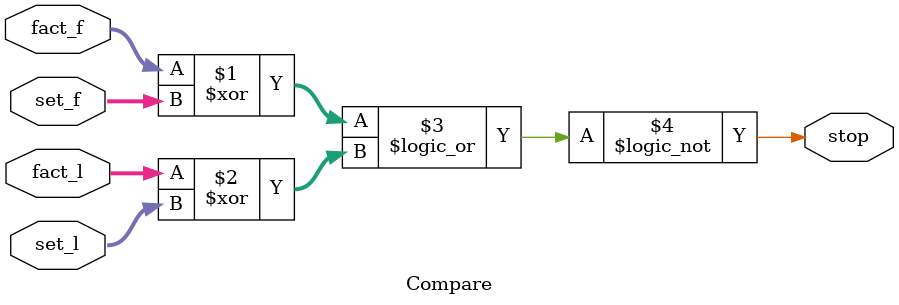
<source format=v>
`timescale 1ns / 1ps


module Compare(
    input[3:0] fact_f,
    input[3:0] fact_l,
    input[3:0] set_f,
    input[3:0] set_l,
    output stop
    );
    assign stop = !((fact_f^set_f) || (fact_l^set_l));// && !changed;
endmodule

</source>
